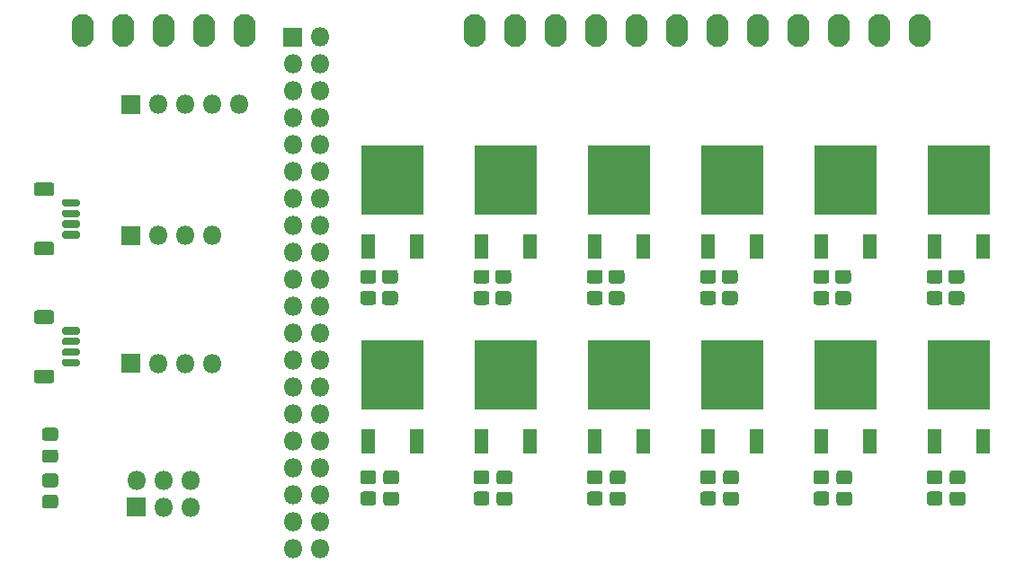
<source format=gbr>
%TF.GenerationSoftware,KiCad,Pcbnew,5.1.9+dfsg1-1*%
%TF.CreationDate,2021-02-28T18:52:37-05:00*%
%TF.ProjectId,incubator_pcb,696e6375-6261-4746-9f72-5f7063622e6b,rev?*%
%TF.SameCoordinates,Original*%
%TF.FileFunction,Soldermask,Top*%
%TF.FilePolarity,Negative*%
%FSLAX46Y46*%
G04 Gerber Fmt 4.6, Leading zero omitted, Abs format (unit mm)*
G04 Created by KiCad (PCBNEW 5.1.9+dfsg1-1) date 2021-02-28 18:52:37*
%MOMM*%
%LPD*%
G01*
G04 APERTURE LIST*
%ADD10O,1.802000X1.802000*%
%ADD11O,2.102000X3.102000*%
G04 APERTURE END LIST*
D10*
X20828000Y-118618000D03*
X20828000Y-121158000D03*
X18288000Y-118618000D03*
X18288000Y-121158000D03*
X15748000Y-118618000D03*
G36*
G01*
X16598000Y-122059000D02*
X14898000Y-122059000D01*
G75*
G02*
X14847000Y-122008000I0J51000D01*
G01*
X14847000Y-120308000D01*
G75*
G02*
X14898000Y-120257000I51000J0D01*
G01*
X16598000Y-120257000D01*
G75*
G02*
X16649000Y-120308000I0J-51000D01*
G01*
X16649000Y-122008000D01*
G75*
G02*
X16598000Y-122059000I-51000J0D01*
G01*
G37*
G36*
G01*
X42771381Y-93551120D02*
X36971379Y-93551120D01*
G75*
G02*
X36920380Y-93500121I0J50999D01*
G01*
X36920380Y-87100119D01*
G75*
G02*
X36971379Y-87049120I50999J0D01*
G01*
X42771381Y-87049120D01*
G75*
G02*
X42822380Y-87100119I0J-50999D01*
G01*
X42822380Y-93500121D01*
G75*
G02*
X42771381Y-93551120I-50999J0D01*
G01*
G37*
G36*
G01*
X42751381Y-97751120D02*
X41551379Y-97751120D01*
G75*
G02*
X41500380Y-97700121I0J50999D01*
G01*
X41500380Y-95500119D01*
G75*
G02*
X41551379Y-95449120I50999J0D01*
G01*
X42751381Y-95449120D01*
G75*
G02*
X42802380Y-95500119I0J-50999D01*
G01*
X42802380Y-97700121D01*
G75*
G02*
X42751381Y-97751120I-50999J0D01*
G01*
G37*
G36*
G01*
X38191381Y-97751120D02*
X36991379Y-97751120D01*
G75*
G02*
X36940380Y-97700121I0J50999D01*
G01*
X36940380Y-95500119D01*
G75*
G02*
X36991379Y-95449120I50999J0D01*
G01*
X38191381Y-95449120D01*
G75*
G02*
X38242380Y-95500119I0J-50999D01*
G01*
X38242380Y-97700121D01*
G75*
G02*
X38191381Y-97751120I-50999J0D01*
G01*
G37*
X22860000Y-107619999D03*
X20320000Y-107619999D03*
X17780000Y-107619999D03*
G36*
G01*
X16090000Y-108520999D02*
X14390000Y-108520999D01*
G75*
G02*
X14339000Y-108469999I0J51000D01*
G01*
X14339000Y-106769999D01*
G75*
G02*
X14390000Y-106718999I51000J0D01*
G01*
X16090000Y-106718999D01*
G75*
G02*
X16141000Y-106769999I0J-51000D01*
G01*
X16141000Y-108469999D01*
G75*
G02*
X16090000Y-108520999I-51000J0D01*
G01*
G37*
X22860000Y-95554999D03*
X20320000Y-95554999D03*
X17780000Y-95554999D03*
G36*
G01*
X16090000Y-96455999D02*
X14390000Y-96455999D01*
G75*
G02*
X14339000Y-96404999I0J51000D01*
G01*
X14339000Y-94704999D01*
G75*
G02*
X14390000Y-94653999I51000J0D01*
G01*
X16090000Y-94653999D01*
G75*
G02*
X16141000Y-94704999I0J-51000D01*
G01*
X16141000Y-96404999D01*
G75*
G02*
X16090000Y-96455999I-51000J0D01*
G01*
G37*
G36*
G01*
X53439381Y-93551120D02*
X47639379Y-93551120D01*
G75*
G02*
X47588380Y-93500121I0J50999D01*
G01*
X47588380Y-87100119D01*
G75*
G02*
X47639379Y-87049120I50999J0D01*
G01*
X53439381Y-87049120D01*
G75*
G02*
X53490380Y-87100119I0J-50999D01*
G01*
X53490380Y-93500121D01*
G75*
G02*
X53439381Y-93551120I-50999J0D01*
G01*
G37*
G36*
G01*
X53419381Y-97751120D02*
X52219379Y-97751120D01*
G75*
G02*
X52168380Y-97700121I0J50999D01*
G01*
X52168380Y-95500119D01*
G75*
G02*
X52219379Y-95449120I50999J0D01*
G01*
X53419381Y-95449120D01*
G75*
G02*
X53470380Y-95500119I0J-50999D01*
G01*
X53470380Y-97700121D01*
G75*
G02*
X53419381Y-97751120I-50999J0D01*
G01*
G37*
G36*
G01*
X48859381Y-97751120D02*
X47659379Y-97751120D01*
G75*
G02*
X47608380Y-97700121I0J50999D01*
G01*
X47608380Y-95500119D01*
G75*
G02*
X47659379Y-95449120I50999J0D01*
G01*
X48859381Y-95449120D01*
G75*
G02*
X48910380Y-95500119I0J-50999D01*
G01*
X48910380Y-97700121D01*
G75*
G02*
X48859381Y-97751120I-50999J0D01*
G01*
G37*
G36*
G01*
X71275248Y-119713000D02*
X72234752Y-119713000D01*
G75*
G02*
X72506000Y-119984248I0J-271248D01*
G01*
X72506000Y-120743752D01*
G75*
G02*
X72234752Y-121015000I-271248J0D01*
G01*
X71275248Y-121015000D01*
G75*
G02*
X71004000Y-120743752I0J271248D01*
G01*
X71004000Y-119984248D01*
G75*
G02*
X71275248Y-119713000I271248J0D01*
G01*
G37*
G36*
G01*
X71275248Y-117713000D02*
X72234752Y-117713000D01*
G75*
G02*
X72506000Y-117984248I0J-271248D01*
G01*
X72506000Y-118743752D01*
G75*
G02*
X72234752Y-119015000I-271248J0D01*
G01*
X71275248Y-119015000D01*
G75*
G02*
X71004000Y-118743752I0J271248D01*
G01*
X71004000Y-117984248D01*
G75*
G02*
X71275248Y-117713000I271248J0D01*
G01*
G37*
G36*
G01*
X71148248Y-100790000D02*
X72107752Y-100790000D01*
G75*
G02*
X72379000Y-101061248I0J-271248D01*
G01*
X72379000Y-101820752D01*
G75*
G02*
X72107752Y-102092000I-271248J0D01*
G01*
X71148248Y-102092000D01*
G75*
G02*
X70877000Y-101820752I0J271248D01*
G01*
X70877000Y-101061248D01*
G75*
G02*
X71148248Y-100790000I271248J0D01*
G01*
G37*
G36*
G01*
X71148248Y-98790000D02*
X72107752Y-98790000D01*
G75*
G02*
X72379000Y-99061248I0J-271248D01*
G01*
X72379000Y-99820752D01*
G75*
G02*
X72107752Y-100092000I-271248J0D01*
G01*
X71148248Y-100092000D01*
G75*
G02*
X70877000Y-99820752I0J271248D01*
G01*
X70877000Y-99061248D01*
G75*
G02*
X71148248Y-98790000I271248J0D01*
G01*
G37*
G36*
G01*
X69110628Y-119689120D02*
X70070132Y-119689120D01*
G75*
G02*
X70341380Y-119960368I0J-271248D01*
G01*
X70341380Y-120719872D01*
G75*
G02*
X70070132Y-120991120I-271248J0D01*
G01*
X69110628Y-120991120D01*
G75*
G02*
X68839380Y-120719872I0J271248D01*
G01*
X68839380Y-119960368D01*
G75*
G02*
X69110628Y-119689120I271248J0D01*
G01*
G37*
G36*
G01*
X69110628Y-117689120D02*
X70070132Y-117689120D01*
G75*
G02*
X70341380Y-117960368I0J-271248D01*
G01*
X70341380Y-118719872D01*
G75*
G02*
X70070132Y-118991120I-271248J0D01*
G01*
X69110628Y-118991120D01*
G75*
G02*
X68839380Y-118719872I0J271248D01*
G01*
X68839380Y-117960368D01*
G75*
G02*
X69110628Y-117689120I271248J0D01*
G01*
G37*
G36*
G01*
X69110628Y-100790000D02*
X70070132Y-100790000D01*
G75*
G02*
X70341380Y-101061248I0J-271248D01*
G01*
X70341380Y-101820752D01*
G75*
G02*
X70070132Y-102092000I-271248J0D01*
G01*
X69110628Y-102092000D01*
G75*
G02*
X68839380Y-101820752I0J271248D01*
G01*
X68839380Y-101061248D01*
G75*
G02*
X69110628Y-100790000I271248J0D01*
G01*
G37*
G36*
G01*
X69110628Y-98790000D02*
X70070132Y-98790000D01*
G75*
G02*
X70341380Y-99061248I0J-271248D01*
G01*
X70341380Y-99820752D01*
G75*
G02*
X70070132Y-100092000I-271248J0D01*
G01*
X69110628Y-100092000D01*
G75*
G02*
X68839380Y-99820752I0J271248D01*
G01*
X68839380Y-99061248D01*
G75*
G02*
X69110628Y-98790000I271248J0D01*
G01*
G37*
G36*
G01*
X60607248Y-119713000D02*
X61566752Y-119713000D01*
G75*
G02*
X61838000Y-119984248I0J-271248D01*
G01*
X61838000Y-120743752D01*
G75*
G02*
X61566752Y-121015000I-271248J0D01*
G01*
X60607248Y-121015000D01*
G75*
G02*
X60336000Y-120743752I0J271248D01*
G01*
X60336000Y-119984248D01*
G75*
G02*
X60607248Y-119713000I271248J0D01*
G01*
G37*
G36*
G01*
X60607248Y-117713000D02*
X61566752Y-117713000D01*
G75*
G02*
X61838000Y-117984248I0J-271248D01*
G01*
X61838000Y-118743752D01*
G75*
G02*
X61566752Y-119015000I-271248J0D01*
G01*
X60607248Y-119015000D01*
G75*
G02*
X60336000Y-118743752I0J271248D01*
G01*
X60336000Y-117984248D01*
G75*
G02*
X60607248Y-117713000I271248J0D01*
G01*
G37*
G36*
G01*
X60480248Y-100790000D02*
X61439752Y-100790000D01*
G75*
G02*
X61711000Y-101061248I0J-271248D01*
G01*
X61711000Y-101820752D01*
G75*
G02*
X61439752Y-102092000I-271248J0D01*
G01*
X60480248Y-102092000D01*
G75*
G02*
X60209000Y-101820752I0J271248D01*
G01*
X60209000Y-101061248D01*
G75*
G02*
X60480248Y-100790000I271248J0D01*
G01*
G37*
G36*
G01*
X60480248Y-98790000D02*
X61439752Y-98790000D01*
G75*
G02*
X61711000Y-99061248I0J-271248D01*
G01*
X61711000Y-99820752D01*
G75*
G02*
X61439752Y-100092000I-271248J0D01*
G01*
X60480248Y-100092000D01*
G75*
G02*
X60209000Y-99820752I0J271248D01*
G01*
X60209000Y-99061248D01*
G75*
G02*
X60480248Y-98790000I271248J0D01*
G01*
G37*
G36*
G01*
X58442628Y-119689120D02*
X59402132Y-119689120D01*
G75*
G02*
X59673380Y-119960368I0J-271248D01*
G01*
X59673380Y-120719872D01*
G75*
G02*
X59402132Y-120991120I-271248J0D01*
G01*
X58442628Y-120991120D01*
G75*
G02*
X58171380Y-120719872I0J271248D01*
G01*
X58171380Y-119960368D01*
G75*
G02*
X58442628Y-119689120I271248J0D01*
G01*
G37*
G36*
G01*
X58442628Y-117689120D02*
X59402132Y-117689120D01*
G75*
G02*
X59673380Y-117960368I0J-271248D01*
G01*
X59673380Y-118719872D01*
G75*
G02*
X59402132Y-118991120I-271248J0D01*
G01*
X58442628Y-118991120D01*
G75*
G02*
X58171380Y-118719872I0J271248D01*
G01*
X58171380Y-117960368D01*
G75*
G02*
X58442628Y-117689120I271248J0D01*
G01*
G37*
G36*
G01*
X58442628Y-100790000D02*
X59402132Y-100790000D01*
G75*
G02*
X59673380Y-101061248I0J-271248D01*
G01*
X59673380Y-101820752D01*
G75*
G02*
X59402132Y-102092000I-271248J0D01*
G01*
X58442628Y-102092000D01*
G75*
G02*
X58171380Y-101820752I0J271248D01*
G01*
X58171380Y-101061248D01*
G75*
G02*
X58442628Y-100790000I271248J0D01*
G01*
G37*
G36*
G01*
X58442628Y-98790000D02*
X59402132Y-98790000D01*
G75*
G02*
X59673380Y-99061248I0J-271248D01*
G01*
X59673380Y-99820752D01*
G75*
G02*
X59402132Y-100092000I-271248J0D01*
G01*
X58442628Y-100092000D01*
G75*
G02*
X58171380Y-99820752I0J271248D01*
G01*
X58171380Y-99061248D01*
G75*
G02*
X58442628Y-98790000I271248J0D01*
G01*
G37*
G36*
G01*
X92611248Y-119713000D02*
X93570752Y-119713000D01*
G75*
G02*
X93842000Y-119984248I0J-271248D01*
G01*
X93842000Y-120743752D01*
G75*
G02*
X93570752Y-121015000I-271248J0D01*
G01*
X92611248Y-121015000D01*
G75*
G02*
X92340000Y-120743752I0J271248D01*
G01*
X92340000Y-119984248D01*
G75*
G02*
X92611248Y-119713000I271248J0D01*
G01*
G37*
G36*
G01*
X92611248Y-117713000D02*
X93570752Y-117713000D01*
G75*
G02*
X93842000Y-117984248I0J-271248D01*
G01*
X93842000Y-118743752D01*
G75*
G02*
X93570752Y-119015000I-271248J0D01*
G01*
X92611248Y-119015000D01*
G75*
G02*
X92340000Y-118743752I0J271248D01*
G01*
X92340000Y-117984248D01*
G75*
G02*
X92611248Y-117713000I271248J0D01*
G01*
G37*
G36*
G01*
X92484248Y-100790000D02*
X93443752Y-100790000D01*
G75*
G02*
X93715000Y-101061248I0J-271248D01*
G01*
X93715000Y-101820752D01*
G75*
G02*
X93443752Y-102092000I-271248J0D01*
G01*
X92484248Y-102092000D01*
G75*
G02*
X92213000Y-101820752I0J271248D01*
G01*
X92213000Y-101061248D01*
G75*
G02*
X92484248Y-100790000I271248J0D01*
G01*
G37*
G36*
G01*
X92484248Y-98790000D02*
X93443752Y-98790000D01*
G75*
G02*
X93715000Y-99061248I0J-271248D01*
G01*
X93715000Y-99820752D01*
G75*
G02*
X93443752Y-100092000I-271248J0D01*
G01*
X92484248Y-100092000D01*
G75*
G02*
X92213000Y-99820752I0J271248D01*
G01*
X92213000Y-99061248D01*
G75*
G02*
X92484248Y-98790000I271248J0D01*
G01*
G37*
G36*
G01*
X90446628Y-119689120D02*
X91406132Y-119689120D01*
G75*
G02*
X91677380Y-119960368I0J-271248D01*
G01*
X91677380Y-120719872D01*
G75*
G02*
X91406132Y-120991120I-271248J0D01*
G01*
X90446628Y-120991120D01*
G75*
G02*
X90175380Y-120719872I0J271248D01*
G01*
X90175380Y-119960368D01*
G75*
G02*
X90446628Y-119689120I271248J0D01*
G01*
G37*
G36*
G01*
X90446628Y-117689120D02*
X91406132Y-117689120D01*
G75*
G02*
X91677380Y-117960368I0J-271248D01*
G01*
X91677380Y-118719872D01*
G75*
G02*
X91406132Y-118991120I-271248J0D01*
G01*
X90446628Y-118991120D01*
G75*
G02*
X90175380Y-118719872I0J271248D01*
G01*
X90175380Y-117960368D01*
G75*
G02*
X90446628Y-117689120I271248J0D01*
G01*
G37*
G36*
G01*
X90446628Y-100790000D02*
X91406132Y-100790000D01*
G75*
G02*
X91677380Y-101061248I0J-271248D01*
G01*
X91677380Y-101820752D01*
G75*
G02*
X91406132Y-102092000I-271248J0D01*
G01*
X90446628Y-102092000D01*
G75*
G02*
X90175380Y-101820752I0J271248D01*
G01*
X90175380Y-101061248D01*
G75*
G02*
X90446628Y-100790000I271248J0D01*
G01*
G37*
G36*
G01*
X90446628Y-98790000D02*
X91406132Y-98790000D01*
G75*
G02*
X91677380Y-99061248I0J-271248D01*
G01*
X91677380Y-99820752D01*
G75*
G02*
X91406132Y-100092000I-271248J0D01*
G01*
X90446628Y-100092000D01*
G75*
G02*
X90175380Y-99820752I0J271248D01*
G01*
X90175380Y-99061248D01*
G75*
G02*
X90446628Y-98790000I271248J0D01*
G01*
G37*
G36*
G01*
X81943248Y-119713000D02*
X82902752Y-119713000D01*
G75*
G02*
X83174000Y-119984248I0J-271248D01*
G01*
X83174000Y-120743752D01*
G75*
G02*
X82902752Y-121015000I-271248J0D01*
G01*
X81943248Y-121015000D01*
G75*
G02*
X81672000Y-120743752I0J271248D01*
G01*
X81672000Y-119984248D01*
G75*
G02*
X81943248Y-119713000I271248J0D01*
G01*
G37*
G36*
G01*
X81943248Y-117713000D02*
X82902752Y-117713000D01*
G75*
G02*
X83174000Y-117984248I0J-271248D01*
G01*
X83174000Y-118743752D01*
G75*
G02*
X82902752Y-119015000I-271248J0D01*
G01*
X81943248Y-119015000D01*
G75*
G02*
X81672000Y-118743752I0J271248D01*
G01*
X81672000Y-117984248D01*
G75*
G02*
X81943248Y-117713000I271248J0D01*
G01*
G37*
G36*
G01*
X81816248Y-100790000D02*
X82775752Y-100790000D01*
G75*
G02*
X83047000Y-101061248I0J-271248D01*
G01*
X83047000Y-101820752D01*
G75*
G02*
X82775752Y-102092000I-271248J0D01*
G01*
X81816248Y-102092000D01*
G75*
G02*
X81545000Y-101820752I0J271248D01*
G01*
X81545000Y-101061248D01*
G75*
G02*
X81816248Y-100790000I271248J0D01*
G01*
G37*
G36*
G01*
X81816248Y-98790000D02*
X82775752Y-98790000D01*
G75*
G02*
X83047000Y-99061248I0J-271248D01*
G01*
X83047000Y-99820752D01*
G75*
G02*
X82775752Y-100092000I-271248J0D01*
G01*
X81816248Y-100092000D01*
G75*
G02*
X81545000Y-99820752I0J271248D01*
G01*
X81545000Y-99061248D01*
G75*
G02*
X81816248Y-98790000I271248J0D01*
G01*
G37*
G36*
G01*
X79778628Y-119689120D02*
X80738132Y-119689120D01*
G75*
G02*
X81009380Y-119960368I0J-271248D01*
G01*
X81009380Y-120719872D01*
G75*
G02*
X80738132Y-120991120I-271248J0D01*
G01*
X79778628Y-120991120D01*
G75*
G02*
X79507380Y-120719872I0J271248D01*
G01*
X79507380Y-119960368D01*
G75*
G02*
X79778628Y-119689120I271248J0D01*
G01*
G37*
G36*
G01*
X79778628Y-117689120D02*
X80738132Y-117689120D01*
G75*
G02*
X81009380Y-117960368I0J-271248D01*
G01*
X81009380Y-118719872D01*
G75*
G02*
X80738132Y-118991120I-271248J0D01*
G01*
X79778628Y-118991120D01*
G75*
G02*
X79507380Y-118719872I0J271248D01*
G01*
X79507380Y-117960368D01*
G75*
G02*
X79778628Y-117689120I271248J0D01*
G01*
G37*
G36*
G01*
X79778628Y-100790000D02*
X80738132Y-100790000D01*
G75*
G02*
X81009380Y-101061248I0J-271248D01*
G01*
X81009380Y-101820752D01*
G75*
G02*
X80738132Y-102092000I-271248J0D01*
G01*
X79778628Y-102092000D01*
G75*
G02*
X79507380Y-101820752I0J271248D01*
G01*
X79507380Y-101061248D01*
G75*
G02*
X79778628Y-100790000I271248J0D01*
G01*
G37*
G36*
G01*
X79778628Y-98790000D02*
X80738132Y-98790000D01*
G75*
G02*
X81009380Y-99061248I0J-271248D01*
G01*
X81009380Y-99820752D01*
G75*
G02*
X80738132Y-100092000I-271248J0D01*
G01*
X79778628Y-100092000D01*
G75*
G02*
X79507380Y-99820752I0J271248D01*
G01*
X79507380Y-99061248D01*
G75*
G02*
X79778628Y-98790000I271248J0D01*
G01*
G37*
G36*
G01*
X49939248Y-119713000D02*
X50898752Y-119713000D01*
G75*
G02*
X51170000Y-119984248I0J-271248D01*
G01*
X51170000Y-120743752D01*
G75*
G02*
X50898752Y-121015000I-271248J0D01*
G01*
X49939248Y-121015000D01*
G75*
G02*
X49668000Y-120743752I0J271248D01*
G01*
X49668000Y-119984248D01*
G75*
G02*
X49939248Y-119713000I271248J0D01*
G01*
G37*
G36*
G01*
X49939248Y-117713000D02*
X50898752Y-117713000D01*
G75*
G02*
X51170000Y-117984248I0J-271248D01*
G01*
X51170000Y-118743752D01*
G75*
G02*
X50898752Y-119015000I-271248J0D01*
G01*
X49939248Y-119015000D01*
G75*
G02*
X49668000Y-118743752I0J271248D01*
G01*
X49668000Y-117984248D01*
G75*
G02*
X49939248Y-117713000I271248J0D01*
G01*
G37*
G36*
G01*
X49812248Y-100790000D02*
X50771752Y-100790000D01*
G75*
G02*
X51043000Y-101061248I0J-271248D01*
G01*
X51043000Y-101820752D01*
G75*
G02*
X50771752Y-102092000I-271248J0D01*
G01*
X49812248Y-102092000D01*
G75*
G02*
X49541000Y-101820752I0J271248D01*
G01*
X49541000Y-101061248D01*
G75*
G02*
X49812248Y-100790000I271248J0D01*
G01*
G37*
G36*
G01*
X49812248Y-98790000D02*
X50771752Y-98790000D01*
G75*
G02*
X51043000Y-99061248I0J-271248D01*
G01*
X51043000Y-99820752D01*
G75*
G02*
X50771752Y-100092000I-271248J0D01*
G01*
X49812248Y-100092000D01*
G75*
G02*
X49541000Y-99820752I0J271248D01*
G01*
X49541000Y-99061248D01*
G75*
G02*
X49812248Y-98790000I271248J0D01*
G01*
G37*
G36*
G01*
X47774628Y-119689120D02*
X48734132Y-119689120D01*
G75*
G02*
X49005380Y-119960368I0J-271248D01*
G01*
X49005380Y-120719872D01*
G75*
G02*
X48734132Y-120991120I-271248J0D01*
G01*
X47774628Y-120991120D01*
G75*
G02*
X47503380Y-120719872I0J271248D01*
G01*
X47503380Y-119960368D01*
G75*
G02*
X47774628Y-119689120I271248J0D01*
G01*
G37*
G36*
G01*
X47774628Y-117689120D02*
X48734132Y-117689120D01*
G75*
G02*
X49005380Y-117960368I0J-271248D01*
G01*
X49005380Y-118719872D01*
G75*
G02*
X48734132Y-118991120I-271248J0D01*
G01*
X47774628Y-118991120D01*
G75*
G02*
X47503380Y-118719872I0J271248D01*
G01*
X47503380Y-117960368D01*
G75*
G02*
X47774628Y-117689120I271248J0D01*
G01*
G37*
G36*
G01*
X47774628Y-100790000D02*
X48734132Y-100790000D01*
G75*
G02*
X49005380Y-101061248I0J-271248D01*
G01*
X49005380Y-101820752D01*
G75*
G02*
X48734132Y-102092000I-271248J0D01*
G01*
X47774628Y-102092000D01*
G75*
G02*
X47503380Y-101820752I0J271248D01*
G01*
X47503380Y-101061248D01*
G75*
G02*
X47774628Y-100790000I271248J0D01*
G01*
G37*
G36*
G01*
X47774628Y-98790000D02*
X48734132Y-98790000D01*
G75*
G02*
X49005380Y-99061248I0J-271248D01*
G01*
X49005380Y-99820752D01*
G75*
G02*
X48734132Y-100092000I-271248J0D01*
G01*
X47774628Y-100092000D01*
G75*
G02*
X47503380Y-99820752I0J271248D01*
G01*
X47503380Y-99061248D01*
G75*
G02*
X47774628Y-98790000I271248J0D01*
G01*
G37*
G36*
G01*
X39271248Y-119713000D02*
X40230752Y-119713000D01*
G75*
G02*
X40502000Y-119984248I0J-271248D01*
G01*
X40502000Y-120743752D01*
G75*
G02*
X40230752Y-121015000I-271248J0D01*
G01*
X39271248Y-121015000D01*
G75*
G02*
X39000000Y-120743752I0J271248D01*
G01*
X39000000Y-119984248D01*
G75*
G02*
X39271248Y-119713000I271248J0D01*
G01*
G37*
G36*
G01*
X39271248Y-117713000D02*
X40230752Y-117713000D01*
G75*
G02*
X40502000Y-117984248I0J-271248D01*
G01*
X40502000Y-118743752D01*
G75*
G02*
X40230752Y-119015000I-271248J0D01*
G01*
X39271248Y-119015000D01*
G75*
G02*
X39000000Y-118743752I0J271248D01*
G01*
X39000000Y-117984248D01*
G75*
G02*
X39271248Y-117713000I271248J0D01*
G01*
G37*
G36*
G01*
X39144248Y-100790000D02*
X40103752Y-100790000D01*
G75*
G02*
X40375000Y-101061248I0J-271248D01*
G01*
X40375000Y-101820752D01*
G75*
G02*
X40103752Y-102092000I-271248J0D01*
G01*
X39144248Y-102092000D01*
G75*
G02*
X38873000Y-101820752I0J271248D01*
G01*
X38873000Y-101061248D01*
G75*
G02*
X39144248Y-100790000I271248J0D01*
G01*
G37*
G36*
G01*
X39144248Y-98790000D02*
X40103752Y-98790000D01*
G75*
G02*
X40375000Y-99061248I0J-271248D01*
G01*
X40375000Y-99820752D01*
G75*
G02*
X40103752Y-100092000I-271248J0D01*
G01*
X39144248Y-100092000D01*
G75*
G02*
X38873000Y-99820752I0J271248D01*
G01*
X38873000Y-99061248D01*
G75*
G02*
X39144248Y-98790000I271248J0D01*
G01*
G37*
G36*
G01*
X37106628Y-119689120D02*
X38066132Y-119689120D01*
G75*
G02*
X38337380Y-119960368I0J-271248D01*
G01*
X38337380Y-120719872D01*
G75*
G02*
X38066132Y-120991120I-271248J0D01*
G01*
X37106628Y-120991120D01*
G75*
G02*
X36835380Y-120719872I0J271248D01*
G01*
X36835380Y-119960368D01*
G75*
G02*
X37106628Y-119689120I271248J0D01*
G01*
G37*
G36*
G01*
X37106628Y-117689120D02*
X38066132Y-117689120D01*
G75*
G02*
X38337380Y-117960368I0J-271248D01*
G01*
X38337380Y-118719872D01*
G75*
G02*
X38066132Y-118991120I-271248J0D01*
G01*
X37106628Y-118991120D01*
G75*
G02*
X36835380Y-118719872I0J271248D01*
G01*
X36835380Y-117960368D01*
G75*
G02*
X37106628Y-117689120I271248J0D01*
G01*
G37*
G36*
G01*
X37106628Y-100790000D02*
X38066132Y-100790000D01*
G75*
G02*
X38337380Y-101061248I0J-271248D01*
G01*
X38337380Y-101820752D01*
G75*
G02*
X38066132Y-102092000I-271248J0D01*
G01*
X37106628Y-102092000D01*
G75*
G02*
X36835380Y-101820752I0J271248D01*
G01*
X36835380Y-101061248D01*
G75*
G02*
X37106628Y-100790000I271248J0D01*
G01*
G37*
G36*
G01*
X37106628Y-98790000D02*
X38066132Y-98790000D01*
G75*
G02*
X38337380Y-99061248I0J-271248D01*
G01*
X38337380Y-99820752D01*
G75*
G02*
X38066132Y-100092000I-271248J0D01*
G01*
X37106628Y-100092000D01*
G75*
G02*
X36835380Y-99820752I0J271248D01*
G01*
X36835380Y-99061248D01*
G75*
G02*
X37106628Y-98790000I271248J0D01*
G01*
G37*
G36*
G01*
X8099752Y-119301000D02*
X7140248Y-119301000D01*
G75*
G02*
X6869000Y-119029752I0J271248D01*
G01*
X6869000Y-118270248D01*
G75*
G02*
X7140248Y-117999000I271248J0D01*
G01*
X8099752Y-117999000D01*
G75*
G02*
X8371000Y-118270248I0J-271248D01*
G01*
X8371000Y-119029752D01*
G75*
G02*
X8099752Y-119301000I-271248J0D01*
G01*
G37*
G36*
G01*
X8099752Y-121301000D02*
X7140248Y-121301000D01*
G75*
G02*
X6869000Y-121029752I0J271248D01*
G01*
X6869000Y-120270248D01*
G75*
G02*
X7140248Y-119999000I271248J0D01*
G01*
X8099752Y-119999000D01*
G75*
G02*
X8371000Y-120270248I0J-271248D01*
G01*
X8371000Y-121029752D01*
G75*
G02*
X8099752Y-121301000I-271248J0D01*
G01*
G37*
X33020000Y-125095000D03*
X30480000Y-125095000D03*
X33020000Y-122555000D03*
X30480000Y-122555000D03*
X33020000Y-120015000D03*
X30480000Y-120015000D03*
X33020000Y-117475000D03*
X30480000Y-117475000D03*
X33020000Y-114935000D03*
X30480000Y-114935000D03*
X33020000Y-112395000D03*
X30480000Y-112395000D03*
X33020000Y-109855000D03*
X30480000Y-109855000D03*
X33020000Y-107315000D03*
X30480000Y-107315000D03*
X33020000Y-104775000D03*
X30480000Y-104775000D03*
X33020000Y-102235000D03*
X30480000Y-102235000D03*
X33020000Y-99695000D03*
X30480000Y-99695000D03*
X33020000Y-97155000D03*
X30480000Y-97155000D03*
X33020000Y-94615000D03*
X30480000Y-94615000D03*
X33020000Y-92075000D03*
X30480000Y-92075000D03*
X33020000Y-89535000D03*
X30480000Y-89535000D03*
X33020000Y-86995000D03*
X30480000Y-86995000D03*
X33020000Y-84455000D03*
X30480000Y-84455000D03*
X33020000Y-81915000D03*
X30480000Y-81915000D03*
X33020000Y-79375000D03*
X30480000Y-79375000D03*
X33020000Y-76835000D03*
G36*
G01*
X29579000Y-77685000D02*
X29579000Y-75985000D01*
G75*
G02*
X29630000Y-75934000I51000J0D01*
G01*
X31330000Y-75934000D01*
G75*
G02*
X31381000Y-75985000I0J-51000D01*
G01*
X31381000Y-77685000D01*
G75*
G02*
X31330000Y-77736000I-51000J0D01*
G01*
X29630000Y-77736000D01*
G75*
G02*
X29579000Y-77685000I0J51000D01*
G01*
G37*
G36*
G01*
X7734752Y-103896000D02*
X6375248Y-103896000D01*
G75*
G02*
X6104000Y-103624752I0J271248D01*
G01*
X6104000Y-102865248D01*
G75*
G02*
X6375248Y-102594000I271248J0D01*
G01*
X7734752Y-102594000D01*
G75*
G02*
X8006000Y-102865248I0J-271248D01*
G01*
X8006000Y-103624752D01*
G75*
G02*
X7734752Y-103896000I-271248J0D01*
G01*
G37*
G36*
G01*
X7734752Y-109496000D02*
X6375248Y-109496000D01*
G75*
G02*
X6104000Y-109224752I0J271248D01*
G01*
X6104000Y-108465248D01*
G75*
G02*
X6375248Y-108194000I271248J0D01*
G01*
X7734752Y-108194000D01*
G75*
G02*
X8006000Y-108465248I0J-271248D01*
G01*
X8006000Y-109224752D01*
G75*
G02*
X7734752Y-109496000I-271248J0D01*
G01*
G37*
G36*
G01*
X10230500Y-104896000D02*
X8929500Y-104896000D01*
G75*
G02*
X8754000Y-104720500I0J175500D01*
G01*
X8754000Y-104369500D01*
G75*
G02*
X8929500Y-104194000I175500J0D01*
G01*
X10230500Y-104194000D01*
G75*
G02*
X10406000Y-104369500I0J-175500D01*
G01*
X10406000Y-104720500D01*
G75*
G02*
X10230500Y-104896000I-175500J0D01*
G01*
G37*
G36*
G01*
X10230500Y-105896000D02*
X8929500Y-105896000D01*
G75*
G02*
X8754000Y-105720500I0J175500D01*
G01*
X8754000Y-105369500D01*
G75*
G02*
X8929500Y-105194000I175500J0D01*
G01*
X10230500Y-105194000D01*
G75*
G02*
X10406000Y-105369500I0J-175500D01*
G01*
X10406000Y-105720500D01*
G75*
G02*
X10230500Y-105896000I-175500J0D01*
G01*
G37*
G36*
G01*
X10230500Y-106896000D02*
X8929500Y-106896000D01*
G75*
G02*
X8754000Y-106720500I0J175500D01*
G01*
X8754000Y-106369500D01*
G75*
G02*
X8929500Y-106194000I175500J0D01*
G01*
X10230500Y-106194000D01*
G75*
G02*
X10406000Y-106369500I0J-175500D01*
G01*
X10406000Y-106720500D01*
G75*
G02*
X10230500Y-106896000I-175500J0D01*
G01*
G37*
G36*
G01*
X10230500Y-107896000D02*
X8929500Y-107896000D01*
G75*
G02*
X8754000Y-107720500I0J175500D01*
G01*
X8754000Y-107369500D01*
G75*
G02*
X8929500Y-107194000I175500J0D01*
G01*
X10230500Y-107194000D01*
G75*
G02*
X10406000Y-107369500I0J-175500D01*
G01*
X10406000Y-107720500D01*
G75*
G02*
X10230500Y-107896000I-175500J0D01*
G01*
G37*
G36*
G01*
X7734752Y-91831000D02*
X6375248Y-91831000D01*
G75*
G02*
X6104000Y-91559752I0J271248D01*
G01*
X6104000Y-90800248D01*
G75*
G02*
X6375248Y-90529000I271248J0D01*
G01*
X7734752Y-90529000D01*
G75*
G02*
X8006000Y-90800248I0J-271248D01*
G01*
X8006000Y-91559752D01*
G75*
G02*
X7734752Y-91831000I-271248J0D01*
G01*
G37*
G36*
G01*
X7734752Y-97431000D02*
X6375248Y-97431000D01*
G75*
G02*
X6104000Y-97159752I0J271248D01*
G01*
X6104000Y-96400248D01*
G75*
G02*
X6375248Y-96129000I271248J0D01*
G01*
X7734752Y-96129000D01*
G75*
G02*
X8006000Y-96400248I0J-271248D01*
G01*
X8006000Y-97159752D01*
G75*
G02*
X7734752Y-97431000I-271248J0D01*
G01*
G37*
G36*
G01*
X10230500Y-92831000D02*
X8929500Y-92831000D01*
G75*
G02*
X8754000Y-92655500I0J175500D01*
G01*
X8754000Y-92304500D01*
G75*
G02*
X8929500Y-92129000I175500J0D01*
G01*
X10230500Y-92129000D01*
G75*
G02*
X10406000Y-92304500I0J-175500D01*
G01*
X10406000Y-92655500D01*
G75*
G02*
X10230500Y-92831000I-175500J0D01*
G01*
G37*
G36*
G01*
X10230500Y-93831000D02*
X8929500Y-93831000D01*
G75*
G02*
X8754000Y-93655500I0J175500D01*
G01*
X8754000Y-93304500D01*
G75*
G02*
X8929500Y-93129000I175500J0D01*
G01*
X10230500Y-93129000D01*
G75*
G02*
X10406000Y-93304500I0J-175500D01*
G01*
X10406000Y-93655500D01*
G75*
G02*
X10230500Y-93831000I-175500J0D01*
G01*
G37*
G36*
G01*
X10230500Y-94831000D02*
X8929500Y-94831000D01*
G75*
G02*
X8754000Y-94655500I0J175500D01*
G01*
X8754000Y-94304500D01*
G75*
G02*
X8929500Y-94129000I175500J0D01*
G01*
X10230500Y-94129000D01*
G75*
G02*
X10406000Y-94304500I0J-175500D01*
G01*
X10406000Y-94655500D01*
G75*
G02*
X10230500Y-94831000I-175500J0D01*
G01*
G37*
G36*
G01*
X10230500Y-95831000D02*
X8929500Y-95831000D01*
G75*
G02*
X8754000Y-95655500I0J175500D01*
G01*
X8754000Y-95304500D01*
G75*
G02*
X8929500Y-95129000I175500J0D01*
G01*
X10230500Y-95129000D01*
G75*
G02*
X10406000Y-95304500I0J-175500D01*
G01*
X10406000Y-95655500D01*
G75*
G02*
X10230500Y-95831000I-175500J0D01*
G01*
G37*
D11*
X18288000Y-76200000D03*
X14478000Y-76200000D03*
X10668000Y-76200000D03*
X25908000Y-76200000D03*
X22098000Y-76200000D03*
D10*
X25400000Y-83185000D03*
X22860000Y-83185000D03*
X20320000Y-83185000D03*
X17780000Y-83185000D03*
G36*
G01*
X16090000Y-84086000D02*
X14390000Y-84086000D01*
G75*
G02*
X14339000Y-84035000I0J51000D01*
G01*
X14339000Y-82335000D01*
G75*
G02*
X14390000Y-82284000I51000J0D01*
G01*
X16090000Y-82284000D01*
G75*
G02*
X16141000Y-82335000I0J-51000D01*
G01*
X16141000Y-84035000D01*
G75*
G02*
X16090000Y-84086000I-51000J0D01*
G01*
G37*
G36*
G01*
X74775381Y-111931120D02*
X68975379Y-111931120D01*
G75*
G02*
X68924380Y-111880121I0J50999D01*
G01*
X68924380Y-105480119D01*
G75*
G02*
X68975379Y-105429120I50999J0D01*
G01*
X74775381Y-105429120D01*
G75*
G02*
X74826380Y-105480119I0J-50999D01*
G01*
X74826380Y-111880121D01*
G75*
G02*
X74775381Y-111931120I-50999J0D01*
G01*
G37*
G36*
G01*
X74755381Y-116131120D02*
X73555379Y-116131120D01*
G75*
G02*
X73504380Y-116080121I0J50999D01*
G01*
X73504380Y-113880119D01*
G75*
G02*
X73555379Y-113829120I50999J0D01*
G01*
X74755381Y-113829120D01*
G75*
G02*
X74806380Y-113880119I0J-50999D01*
G01*
X74806380Y-116080121D01*
G75*
G02*
X74755381Y-116131120I-50999J0D01*
G01*
G37*
G36*
G01*
X70195381Y-116131120D02*
X68995379Y-116131120D01*
G75*
G02*
X68944380Y-116080121I0J50999D01*
G01*
X68944380Y-113880119D01*
G75*
G02*
X68995379Y-113829120I50999J0D01*
G01*
X70195381Y-113829120D01*
G75*
G02*
X70246380Y-113880119I0J-50999D01*
G01*
X70246380Y-116080121D01*
G75*
G02*
X70195381Y-116131120I-50999J0D01*
G01*
G37*
G36*
G01*
X74775381Y-93551120D02*
X68975379Y-93551120D01*
G75*
G02*
X68924380Y-93500121I0J50999D01*
G01*
X68924380Y-87100119D01*
G75*
G02*
X68975379Y-87049120I50999J0D01*
G01*
X74775381Y-87049120D01*
G75*
G02*
X74826380Y-87100119I0J-50999D01*
G01*
X74826380Y-93500121D01*
G75*
G02*
X74775381Y-93551120I-50999J0D01*
G01*
G37*
G36*
G01*
X74755381Y-97751120D02*
X73555379Y-97751120D01*
G75*
G02*
X73504380Y-97700121I0J50999D01*
G01*
X73504380Y-95500119D01*
G75*
G02*
X73555379Y-95449120I50999J0D01*
G01*
X74755381Y-95449120D01*
G75*
G02*
X74806380Y-95500119I0J-50999D01*
G01*
X74806380Y-97700121D01*
G75*
G02*
X74755381Y-97751120I-50999J0D01*
G01*
G37*
G36*
G01*
X70195381Y-97751120D02*
X68995379Y-97751120D01*
G75*
G02*
X68944380Y-97700121I0J50999D01*
G01*
X68944380Y-95500119D01*
G75*
G02*
X68995379Y-95449120I50999J0D01*
G01*
X70195381Y-95449120D01*
G75*
G02*
X70246380Y-95500119I0J-50999D01*
G01*
X70246380Y-97700121D01*
G75*
G02*
X70195381Y-97751120I-50999J0D01*
G01*
G37*
G36*
G01*
X64107381Y-111931120D02*
X58307379Y-111931120D01*
G75*
G02*
X58256380Y-111880121I0J50999D01*
G01*
X58256380Y-105480119D01*
G75*
G02*
X58307379Y-105429120I50999J0D01*
G01*
X64107381Y-105429120D01*
G75*
G02*
X64158380Y-105480119I0J-50999D01*
G01*
X64158380Y-111880121D01*
G75*
G02*
X64107381Y-111931120I-50999J0D01*
G01*
G37*
G36*
G01*
X64087381Y-116131120D02*
X62887379Y-116131120D01*
G75*
G02*
X62836380Y-116080121I0J50999D01*
G01*
X62836380Y-113880119D01*
G75*
G02*
X62887379Y-113829120I50999J0D01*
G01*
X64087381Y-113829120D01*
G75*
G02*
X64138380Y-113880119I0J-50999D01*
G01*
X64138380Y-116080121D01*
G75*
G02*
X64087381Y-116131120I-50999J0D01*
G01*
G37*
G36*
G01*
X59527381Y-116131120D02*
X58327379Y-116131120D01*
G75*
G02*
X58276380Y-116080121I0J50999D01*
G01*
X58276380Y-113880119D01*
G75*
G02*
X58327379Y-113829120I50999J0D01*
G01*
X59527381Y-113829120D01*
G75*
G02*
X59578380Y-113880119I0J-50999D01*
G01*
X59578380Y-116080121D01*
G75*
G02*
X59527381Y-116131120I-50999J0D01*
G01*
G37*
G36*
G01*
X64107381Y-93551120D02*
X58307379Y-93551120D01*
G75*
G02*
X58256380Y-93500121I0J50999D01*
G01*
X58256380Y-87100119D01*
G75*
G02*
X58307379Y-87049120I50999J0D01*
G01*
X64107381Y-87049120D01*
G75*
G02*
X64158380Y-87100119I0J-50999D01*
G01*
X64158380Y-93500121D01*
G75*
G02*
X64107381Y-93551120I-50999J0D01*
G01*
G37*
G36*
G01*
X64087381Y-97751120D02*
X62887379Y-97751120D01*
G75*
G02*
X62836380Y-97700121I0J50999D01*
G01*
X62836380Y-95500119D01*
G75*
G02*
X62887379Y-95449120I50999J0D01*
G01*
X64087381Y-95449120D01*
G75*
G02*
X64138380Y-95500119I0J-50999D01*
G01*
X64138380Y-97700121D01*
G75*
G02*
X64087381Y-97751120I-50999J0D01*
G01*
G37*
G36*
G01*
X59527381Y-97751120D02*
X58327379Y-97751120D01*
G75*
G02*
X58276380Y-97700121I0J50999D01*
G01*
X58276380Y-95500119D01*
G75*
G02*
X58327379Y-95449120I50999J0D01*
G01*
X59527381Y-95449120D01*
G75*
G02*
X59578380Y-95500119I0J-50999D01*
G01*
X59578380Y-97700121D01*
G75*
G02*
X59527381Y-97751120I-50999J0D01*
G01*
G37*
G36*
G01*
X96111381Y-111931120D02*
X90311379Y-111931120D01*
G75*
G02*
X90260380Y-111880121I0J50999D01*
G01*
X90260380Y-105480119D01*
G75*
G02*
X90311379Y-105429120I50999J0D01*
G01*
X96111381Y-105429120D01*
G75*
G02*
X96162380Y-105480119I0J-50999D01*
G01*
X96162380Y-111880121D01*
G75*
G02*
X96111381Y-111931120I-50999J0D01*
G01*
G37*
G36*
G01*
X96091381Y-116131120D02*
X94891379Y-116131120D01*
G75*
G02*
X94840380Y-116080121I0J50999D01*
G01*
X94840380Y-113880119D01*
G75*
G02*
X94891379Y-113829120I50999J0D01*
G01*
X96091381Y-113829120D01*
G75*
G02*
X96142380Y-113880119I0J-50999D01*
G01*
X96142380Y-116080121D01*
G75*
G02*
X96091381Y-116131120I-50999J0D01*
G01*
G37*
G36*
G01*
X91531381Y-116131120D02*
X90331379Y-116131120D01*
G75*
G02*
X90280380Y-116080121I0J50999D01*
G01*
X90280380Y-113880119D01*
G75*
G02*
X90331379Y-113829120I50999J0D01*
G01*
X91531381Y-113829120D01*
G75*
G02*
X91582380Y-113880119I0J-50999D01*
G01*
X91582380Y-116080121D01*
G75*
G02*
X91531381Y-116131120I-50999J0D01*
G01*
G37*
G36*
G01*
X96111381Y-93551120D02*
X90311379Y-93551120D01*
G75*
G02*
X90260380Y-93500121I0J50999D01*
G01*
X90260380Y-87100119D01*
G75*
G02*
X90311379Y-87049120I50999J0D01*
G01*
X96111381Y-87049120D01*
G75*
G02*
X96162380Y-87100119I0J-50999D01*
G01*
X96162380Y-93500121D01*
G75*
G02*
X96111381Y-93551120I-50999J0D01*
G01*
G37*
G36*
G01*
X96091381Y-97751120D02*
X94891379Y-97751120D01*
G75*
G02*
X94840380Y-97700121I0J50999D01*
G01*
X94840380Y-95500119D01*
G75*
G02*
X94891379Y-95449120I50999J0D01*
G01*
X96091381Y-95449120D01*
G75*
G02*
X96142380Y-95500119I0J-50999D01*
G01*
X96142380Y-97700121D01*
G75*
G02*
X96091381Y-97751120I-50999J0D01*
G01*
G37*
G36*
G01*
X91531381Y-97751120D02*
X90331379Y-97751120D01*
G75*
G02*
X90280380Y-97700121I0J50999D01*
G01*
X90280380Y-95500119D01*
G75*
G02*
X90331379Y-95449120I50999J0D01*
G01*
X91531381Y-95449120D01*
G75*
G02*
X91582380Y-95500119I0J-50999D01*
G01*
X91582380Y-97700121D01*
G75*
G02*
X91531381Y-97751120I-50999J0D01*
G01*
G37*
G36*
G01*
X85443381Y-111931120D02*
X79643379Y-111931120D01*
G75*
G02*
X79592380Y-111880121I0J50999D01*
G01*
X79592380Y-105480119D01*
G75*
G02*
X79643379Y-105429120I50999J0D01*
G01*
X85443381Y-105429120D01*
G75*
G02*
X85494380Y-105480119I0J-50999D01*
G01*
X85494380Y-111880121D01*
G75*
G02*
X85443381Y-111931120I-50999J0D01*
G01*
G37*
G36*
G01*
X85423381Y-116131120D02*
X84223379Y-116131120D01*
G75*
G02*
X84172380Y-116080121I0J50999D01*
G01*
X84172380Y-113880119D01*
G75*
G02*
X84223379Y-113829120I50999J0D01*
G01*
X85423381Y-113829120D01*
G75*
G02*
X85474380Y-113880119I0J-50999D01*
G01*
X85474380Y-116080121D01*
G75*
G02*
X85423381Y-116131120I-50999J0D01*
G01*
G37*
G36*
G01*
X80863381Y-116131120D02*
X79663379Y-116131120D01*
G75*
G02*
X79612380Y-116080121I0J50999D01*
G01*
X79612380Y-113880119D01*
G75*
G02*
X79663379Y-113829120I50999J0D01*
G01*
X80863381Y-113829120D01*
G75*
G02*
X80914380Y-113880119I0J-50999D01*
G01*
X80914380Y-116080121D01*
G75*
G02*
X80863381Y-116131120I-50999J0D01*
G01*
G37*
G36*
G01*
X85443381Y-93551120D02*
X79643379Y-93551120D01*
G75*
G02*
X79592380Y-93500121I0J50999D01*
G01*
X79592380Y-87100119D01*
G75*
G02*
X79643379Y-87049120I50999J0D01*
G01*
X85443381Y-87049120D01*
G75*
G02*
X85494380Y-87100119I0J-50999D01*
G01*
X85494380Y-93500121D01*
G75*
G02*
X85443381Y-93551120I-50999J0D01*
G01*
G37*
G36*
G01*
X85423381Y-97751120D02*
X84223379Y-97751120D01*
G75*
G02*
X84172380Y-97700121I0J50999D01*
G01*
X84172380Y-95500119D01*
G75*
G02*
X84223379Y-95449120I50999J0D01*
G01*
X85423381Y-95449120D01*
G75*
G02*
X85474380Y-95500119I0J-50999D01*
G01*
X85474380Y-97700121D01*
G75*
G02*
X85423381Y-97751120I-50999J0D01*
G01*
G37*
G36*
G01*
X80863381Y-97751120D02*
X79663379Y-97751120D01*
G75*
G02*
X79612380Y-97700121I0J50999D01*
G01*
X79612380Y-95500119D01*
G75*
G02*
X79663379Y-95449120I50999J0D01*
G01*
X80863381Y-95449120D01*
G75*
G02*
X80914380Y-95500119I0J-50999D01*
G01*
X80914380Y-97700121D01*
G75*
G02*
X80863381Y-97751120I-50999J0D01*
G01*
G37*
G36*
G01*
X53439381Y-111931120D02*
X47639379Y-111931120D01*
G75*
G02*
X47588380Y-111880121I0J50999D01*
G01*
X47588380Y-105480119D01*
G75*
G02*
X47639379Y-105429120I50999J0D01*
G01*
X53439381Y-105429120D01*
G75*
G02*
X53490380Y-105480119I0J-50999D01*
G01*
X53490380Y-111880121D01*
G75*
G02*
X53439381Y-111931120I-50999J0D01*
G01*
G37*
G36*
G01*
X53419381Y-116131120D02*
X52219379Y-116131120D01*
G75*
G02*
X52168380Y-116080121I0J50999D01*
G01*
X52168380Y-113880119D01*
G75*
G02*
X52219379Y-113829120I50999J0D01*
G01*
X53419381Y-113829120D01*
G75*
G02*
X53470380Y-113880119I0J-50999D01*
G01*
X53470380Y-116080121D01*
G75*
G02*
X53419381Y-116131120I-50999J0D01*
G01*
G37*
G36*
G01*
X48859381Y-116131120D02*
X47659379Y-116131120D01*
G75*
G02*
X47608380Y-116080121I0J50999D01*
G01*
X47608380Y-113880119D01*
G75*
G02*
X47659379Y-113829120I50999J0D01*
G01*
X48859381Y-113829120D01*
G75*
G02*
X48910380Y-113880119I0J-50999D01*
G01*
X48910380Y-116080121D01*
G75*
G02*
X48859381Y-116131120I-50999J0D01*
G01*
G37*
G36*
G01*
X42771381Y-111931120D02*
X36971379Y-111931120D01*
G75*
G02*
X36920380Y-111880121I0J50999D01*
G01*
X36920380Y-105480119D01*
G75*
G02*
X36971379Y-105429120I50999J0D01*
G01*
X42771381Y-105429120D01*
G75*
G02*
X42822380Y-105480119I0J-50999D01*
G01*
X42822380Y-111880121D01*
G75*
G02*
X42771381Y-111931120I-50999J0D01*
G01*
G37*
G36*
G01*
X42751381Y-116131120D02*
X41551379Y-116131120D01*
G75*
G02*
X41500380Y-116080121I0J50999D01*
G01*
X41500380Y-113880119D01*
G75*
G02*
X41551379Y-113829120I50999J0D01*
G01*
X42751381Y-113829120D01*
G75*
G02*
X42802380Y-113880119I0J-50999D01*
G01*
X42802380Y-116080121D01*
G75*
G02*
X42751381Y-116131120I-50999J0D01*
G01*
G37*
G36*
G01*
X38191381Y-116131120D02*
X36991379Y-116131120D01*
G75*
G02*
X36940380Y-116080121I0J50999D01*
G01*
X36940380Y-113880119D01*
G75*
G02*
X36991379Y-113829120I50999J0D01*
G01*
X38191381Y-113829120D01*
G75*
G02*
X38242380Y-113880119I0J-50999D01*
G01*
X38242380Y-116080121D01*
G75*
G02*
X38191381Y-116131120I-50999J0D01*
G01*
G37*
D11*
X89535000Y-76200000D03*
X85725000Y-76200000D03*
X81915000Y-76200000D03*
X78105000Y-76200000D03*
X74295000Y-76200000D03*
X70485000Y-76200000D03*
X66675000Y-76200000D03*
X62865000Y-76200000D03*
X59055000Y-76200000D03*
X55245000Y-76200000D03*
X51435000Y-76200000D03*
X47625000Y-76200000D03*
G36*
G01*
X8098828Y-114926000D02*
X7141172Y-114926000D01*
G75*
G02*
X6869000Y-114653828I0J272172D01*
G01*
X6869000Y-113946172D01*
G75*
G02*
X7141172Y-113674000I272172J0D01*
G01*
X8098828Y-113674000D01*
G75*
G02*
X8371000Y-113946172I0J-272172D01*
G01*
X8371000Y-114653828D01*
G75*
G02*
X8098828Y-114926000I-272172J0D01*
G01*
G37*
G36*
G01*
X8098828Y-116976000D02*
X7141172Y-116976000D01*
G75*
G02*
X6869000Y-116703828I0J272172D01*
G01*
X6869000Y-115996172D01*
G75*
G02*
X7141172Y-115724000I272172J0D01*
G01*
X8098828Y-115724000D01*
G75*
G02*
X8371000Y-115996172I0J-272172D01*
G01*
X8371000Y-116703828D01*
G75*
G02*
X8098828Y-116976000I-272172J0D01*
G01*
G37*
M02*

</source>
